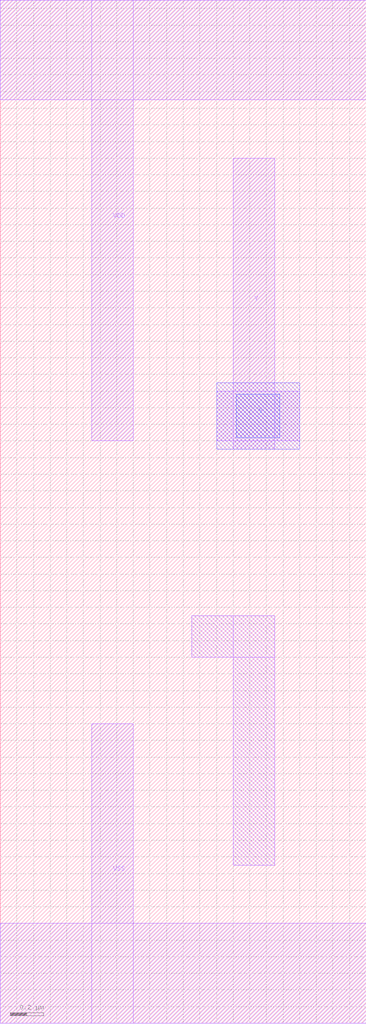
<source format=lef>
# Copyright 2022 Google LLC
# Licensed under the Apache License, Version 2.0 (the "License");
# you may not use this file except in compliance with the License.
# You may obtain a copy of the License at
#
#      http://www.apache.org/licenses/LICENSE-2.0
#
# Unless required by applicable law or agreed to in writing, software
# distributed under the License is distributed on an "AS IS" BASIS,
# WITHOUT WARRANTIES OR CONDITIONS OF ANY KIND, either express or implied.
# See the License for the specific language governing permissions and
# limitations under the License.
VERSION 5.7 ;
BUSBITCHARS "[]" ;
DIVIDERCHAR "/" ;

MACRO gf180mcu_osu_sc_gp9t3v3__tieh
  CLASS CORE ;
  ORIGIN 0 0 ;
  FOREIGN gf180mcu_osu_sc_gp9t3v3__tieh 0 0 ;
  SIZE 2.2 BY 6.15 ;
  SYMMETRY X Y ;
  SITE gf180mcu_osu_sc_gp9t3v3 ;
  PIN VDD
    DIRECTION INOUT ;
    USE POWER ;
    SHAPE ABUTMENT ;
    PORT
      LAYER MET1 ;
        RECT 0 5.55 2.2 6.15 ;
        RECT 0.55 3.5 0.8 6.15 ;
    END
  END VDD
  PIN VSS
    DIRECTION INOUT ;
    USE GROUND ;
    PORT
      LAYER MET1 ;
        RECT 0 0 2.2 0.6 ;
        RECT 0.55 0 0.8 1.8 ;
    END
  END VSS
  PIN Y
    DIRECTION OUTPUT ;
    USE SIGNAL ;
    PORT
      LAYER MET1 ;
        RECT 1.3 3.5 1.8 3.8 ;
        RECT 1.4 3.45 1.65 5.2 ;
      LAYER MET2 ;
        RECT 1.3 3.45 1.8 3.85 ;
      LAYER VIA12 ;
        RECT 1.42 3.52 1.68 3.78 ;
    END
  END Y
  OBS
    LAYER MET1 ;
      RECT 1.15 2.2 1.65 2.45 ;
      RECT 1.4 0.95 1.65 2.45 ;
  END
END gf180mcu_osu_sc_gp9t3v3__tieh

</source>
